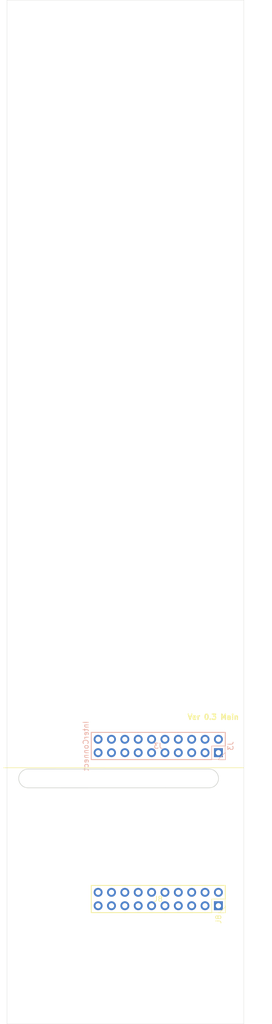
<source format=kicad_pcb>
(kicad_pcb (version 20171130) (host pcbnew "(5.1.7)-1")

  (general
    (thickness 1.6)
    (drawings 11)
    (tracks 0)
    (zones 0)
    (modules 2)
    (nets 1)
  )

  (page A4)
  (layers
    (0 F.Cu signal)
    (31 B.Cu signal)
    (32 B.Adhes user)
    (33 F.Adhes user)
    (34 B.Paste user)
    (35 F.Paste user)
    (36 B.SilkS user)
    (37 F.SilkS user)
    (38 B.Mask user)
    (39 F.Mask user)
    (40 Dwgs.User user)
    (41 Cmts.User user)
    (42 Eco1.User user)
    (43 Eco2.User user)
    (44 Edge.Cuts user)
    (45 Margin user)
    (46 B.CrtYd user)
    (47 F.CrtYd user)
    (48 B.Fab user)
    (49 F.Fab user)
  )

  (setup
    (last_trace_width 0.25)
    (trace_clearance 0.2)
    (zone_clearance 0.508)
    (zone_45_only no)
    (trace_min 0.2)
    (via_size 0.8)
    (via_drill 0.4)
    (via_min_size 0.4)
    (via_min_drill 0.3)
    (uvia_size 0.3)
    (uvia_drill 0.1)
    (uvias_allowed no)
    (uvia_min_size 0.2)
    (uvia_min_drill 0.1)
    (edge_width 0.05)
    (segment_width 0.2)
    (pcb_text_width 0.3)
    (pcb_text_size 1.5 1.5)
    (mod_edge_width 0.12)
    (mod_text_size 1 1)
    (mod_text_width 0.15)
    (pad_size 1.524 1.524)
    (pad_drill 0.762)
    (pad_to_mask_clearance 0)
    (aux_axis_origin 0 0)
    (visible_elements 7FFFFFFF)
    (pcbplotparams
      (layerselection 0x010fc_ffffffff)
      (usegerberextensions false)
      (usegerberattributes true)
      (usegerberadvancedattributes true)
      (creategerberjobfile true)
      (excludeedgelayer true)
      (linewidth 0.100000)
      (plotframeref false)
      (viasonmask false)
      (mode 1)
      (useauxorigin false)
      (hpglpennumber 1)
      (hpglpenspeed 20)
      (hpglpendiameter 15.000000)
      (psnegative false)
      (psa4output false)
      (plotreference true)
      (plotvalue true)
      (plotinvisibletext false)
      (padsonsilk false)
      (subtractmaskfromsilk false)
      (outputformat 1)
      (mirror false)
      (drillshape 1)
      (scaleselection 1)
      (outputdirectory ""))
  )

  (net 0 "")

  (net_class Default "This is the default net class."
    (clearance 0.2)
    (trace_width 0.25)
    (via_dia 0.8)
    (via_drill 0.4)
    (uvia_dia 0.3)
    (uvia_drill 0.1)
  )

  (module Connector_PinHeader_2.54mm:PinHeader_2x10_P2.54mm_Vertical (layer B.Cu) (tedit 59FED5CC) (tstamp 5FEE438B)
    (at 128.16 160.03 90)
    (descr "Through hole straight pin header, 2x10, 2.54mm pitch, double rows")
    (tags "Through hole pin header THT 2x10 2.54mm double row")
    (path /5EDAC077)
    (fp_text reference J3 (at 1.27 2.33 90) (layer B.SilkS)
      (effects (font (size 1 1) (thickness 0.15)) (justify mirror))
    )
    (fp_text value InterConnect (at 1.27 -25.19 90) (layer B.SilkS)
      (effects (font (size 1 1) (thickness 0.15)) (justify mirror))
    )
    (fp_line (start 4.35 1.8) (end -1.8 1.8) (layer B.CrtYd) (width 0.05))
    (fp_line (start 4.35 -24.65) (end 4.35 1.8) (layer B.CrtYd) (width 0.05))
    (fp_line (start -1.8 -24.65) (end 4.35 -24.65) (layer B.CrtYd) (width 0.05))
    (fp_line (start -1.8 1.8) (end -1.8 -24.65) (layer B.CrtYd) (width 0.05))
    (fp_line (start -1.33 1.33) (end 0 1.33) (layer B.SilkS) (width 0.12))
    (fp_line (start -1.33 0) (end -1.33 1.33) (layer B.SilkS) (width 0.12))
    (fp_line (start 1.27 1.33) (end 3.87 1.33) (layer B.SilkS) (width 0.12))
    (fp_line (start 1.27 -1.27) (end 1.27 1.33) (layer B.SilkS) (width 0.12))
    (fp_line (start -1.33 -1.27) (end 1.27 -1.27) (layer B.SilkS) (width 0.12))
    (fp_line (start 3.87 1.33) (end 3.87 -24.19) (layer B.SilkS) (width 0.12))
    (fp_line (start -1.33 -1.27) (end -1.33 -24.19) (layer B.SilkS) (width 0.12))
    (fp_line (start -1.33 -24.19) (end 3.87 -24.19) (layer B.SilkS) (width 0.12))
    (fp_line (start -1.27 0) (end 0 1.27) (layer B.SilkS) (width 0.1))
    (fp_line (start -1.27 -24.13) (end -1.27 0) (layer B.SilkS) (width 0.1))
    (fp_line (start 3.81 -24.13) (end -1.27 -24.13) (layer B.SilkS) (width 0.1))
    (fp_line (start 3.81 1.27) (end 3.81 -24.13) (layer B.SilkS) (width 0.1))
    (fp_line (start 0 1.27) (end 3.81 1.27) (layer B.SilkS) (width 0.1))
    (fp_text user %R (at 1.27 -11.43 180) (layer B.SilkS)
      (effects (font (size 1 1) (thickness 0.15)) (justify mirror))
    )
    (pad 1 thru_hole rect (at 0 0 90) (size 1.7 1.7) (drill 1) (layers *.Cu *.Mask))
    (pad 2 thru_hole oval (at 2.54 0 90) (size 1.7 1.7) (drill 1) (layers *.Cu *.Mask))
    (pad 3 thru_hole oval (at 0 -2.54 90) (size 1.7 1.7) (drill 1) (layers *.Cu *.Mask))
    (pad 4 thru_hole oval (at 2.54 -2.54 90) (size 1.7 1.7) (drill 1) (layers *.Cu *.Mask))
    (pad 5 thru_hole oval (at 0 -5.08 90) (size 1.7 1.7) (drill 1) (layers *.Cu *.Mask))
    (pad 6 thru_hole oval (at 2.54 -5.08 90) (size 1.7 1.7) (drill 1) (layers *.Cu *.Mask))
    (pad 7 thru_hole oval (at 0 -7.62 90) (size 1.7 1.7) (drill 1) (layers *.Cu *.Mask))
    (pad 8 thru_hole oval (at 2.54 -7.62 90) (size 1.7 1.7) (drill 1) (layers *.Cu *.Mask))
    (pad 9 thru_hole oval (at 0 -10.16 90) (size 1.7 1.7) (drill 1) (layers *.Cu *.Mask))
    (pad 10 thru_hole oval (at 2.54 -10.16 90) (size 1.7 1.7) (drill 1) (layers *.Cu *.Mask))
    (pad 11 thru_hole oval (at 0 -12.7 90) (size 1.7 1.7) (drill 1) (layers *.Cu *.Mask))
    (pad 12 thru_hole oval (at 2.54 -12.7 90) (size 1.7 1.7) (drill 1) (layers *.Cu *.Mask))
    (pad 13 thru_hole oval (at 0 -15.24 90) (size 1.7 1.7) (drill 1) (layers *.Cu *.Mask))
    (pad 14 thru_hole oval (at 2.54 -15.24 90) (size 1.7 1.7) (drill 1) (layers *.Cu *.Mask))
    (pad 15 thru_hole oval (at 0 -17.78 90) (size 1.7 1.7) (drill 1) (layers *.Cu *.Mask))
    (pad 16 thru_hole oval (at 2.54 -17.78 90) (size 1.7 1.7) (drill 1) (layers *.Cu *.Mask))
    (pad 17 thru_hole oval (at 0 -20.32 90) (size 1.7 1.7) (drill 1) (layers *.Cu *.Mask))
    (pad 18 thru_hole oval (at 2.54 -20.32 90) (size 1.7 1.7) (drill 1) (layers *.Cu *.Mask))
    (pad 19 thru_hole oval (at 0 -22.86 90) (size 1.7 1.7) (drill 1) (layers *.Cu *.Mask))
    (pad 20 thru_hole oval (at 2.54 -22.86 90) (size 1.7 1.7) (drill 1) (layers *.Cu *.Mask))
    (model ${KISYS3DMOD}/Connector_PinHeader_2.54mm.3dshapes/PinHeader_2x10_P2.54mm_Vertical.wrl
      (at (xyz 0 0 0))
      (scale (xyz 1 1 1))
      (rotate (xyz 0 0 0))
    )
  )

  (module Connector_PinSocket_2.54mm:PinSocket_2x10_P2.54mm_Vertical (layer F.Cu) (tedit 5A19A427) (tstamp 5FEE4362)
    (at 128.16 189.03 270)
    (descr "Through hole straight socket strip, 2x10, 2.54mm pitch, double cols (from Kicad 4.0.7), script generated")
    (tags "Through hole socket strip THT 2x10 2.54mm double row")
    (path /5EC7D30E)
    (fp_text reference J8 (at 2.552 -0.0252 90) (layer F.SilkS)
      (effects (font (size 1 1) (thickness 0.15)))
    )
    (fp_text value InterConnect (at -1.27 25.63 90) (layer F.SilkS) hide
      (effects (font (size 1 1) (thickness 0.15)))
    )
    (fp_line (start -4.34 24.6) (end -4.34 -1.8) (layer F.CrtYd) (width 0.05))
    (fp_line (start 1.76 24.6) (end -4.34 24.6) (layer F.CrtYd) (width 0.05))
    (fp_line (start 1.76 -1.8) (end 1.76 24.6) (layer F.CrtYd) (width 0.05))
    (fp_line (start -4.34 -1.8) (end 1.76 -1.8) (layer F.CrtYd) (width 0.05))
    (fp_line (start 0 -1.33) (end 1.33 -1.33) (layer F.SilkS) (width 0.12))
    (fp_line (start 1.33 -1.33) (end 1.33 0) (layer F.SilkS) (width 0.12))
    (fp_line (start -1.27 -1.33) (end -1.27 1.27) (layer F.SilkS) (width 0.12))
    (fp_line (start -1.27 1.27) (end 1.33 1.27) (layer F.SilkS) (width 0.12))
    (fp_line (start 1.33 1.27) (end 1.33 24.19) (layer F.SilkS) (width 0.12))
    (fp_line (start -3.87 24.19) (end 1.33 24.19) (layer F.SilkS) (width 0.12))
    (fp_line (start -3.87 -1.33) (end -3.87 24.19) (layer F.SilkS) (width 0.12))
    (fp_line (start -3.87 -1.33) (end -1.27 -1.33) (layer F.SilkS) (width 0.12))
    (fp_line (start -3.81 24.13) (end -3.81 -1.27) (layer F.SilkS) (width 0.1))
    (fp_line (start 1.27 24.13) (end -3.81 24.13) (layer F.SilkS) (width 0.1))
    (fp_line (start 1.27 -0.27) (end 1.27 24.13) (layer F.SilkS) (width 0.1))
    (fp_line (start 0.27 -1.27) (end 1.27 -0.27) (layer F.SilkS) (width 0.1))
    (fp_line (start -3.81 -1.27) (end 0.27 -1.27) (layer F.SilkS) (width 0.1))
    (fp_text user %R (at -1.27 11.43) (layer F.SilkS)
      (effects (font (size 1 1) (thickness 0.15)))
    )
    (pad 1 thru_hole rect (at 0 0 270) (size 1.7 1.7) (drill 1) (layers *.Cu *.Mask))
    (pad 2 thru_hole oval (at -2.54 0 270) (size 1.7 1.7) (drill 1) (layers *.Cu *.Mask))
    (pad 3 thru_hole oval (at 0 2.54 270) (size 1.7 1.7) (drill 1) (layers *.Cu *.Mask))
    (pad 4 thru_hole oval (at -2.54 2.54 270) (size 1.7 1.7) (drill 1) (layers *.Cu *.Mask))
    (pad 5 thru_hole oval (at 0 5.08 270) (size 1.7 1.7) (drill 1) (layers *.Cu *.Mask))
    (pad 6 thru_hole oval (at -2.54 5.08 270) (size 1.7 1.7) (drill 1) (layers *.Cu *.Mask))
    (pad 7 thru_hole oval (at 0 7.62 270) (size 1.7 1.7) (drill 1) (layers *.Cu *.Mask))
    (pad 8 thru_hole oval (at -2.54 7.62 270) (size 1.7 1.7) (drill 1) (layers *.Cu *.Mask))
    (pad 9 thru_hole oval (at 0 10.16 270) (size 1.7 1.7) (drill 1) (layers *.Cu *.Mask))
    (pad 10 thru_hole oval (at -2.54 10.16 270) (size 1.7 1.7) (drill 1) (layers *.Cu *.Mask))
    (pad 11 thru_hole oval (at 0 12.7 270) (size 1.7 1.7) (drill 1) (layers *.Cu *.Mask))
    (pad 12 thru_hole oval (at -2.54 12.7 270) (size 1.7 1.7) (drill 1) (layers *.Cu *.Mask))
    (pad 13 thru_hole oval (at 0 15.24 270) (size 1.7 1.7) (drill 1) (layers *.Cu *.Mask))
    (pad 14 thru_hole oval (at -2.54 15.24 270) (size 1.7 1.7) (drill 1) (layers *.Cu *.Mask))
    (pad 15 thru_hole oval (at 0 17.78 270) (size 1.7 1.7) (drill 1) (layers *.Cu *.Mask))
    (pad 16 thru_hole oval (at -2.54 17.78 270) (size 1.7 1.7) (drill 1) (layers *.Cu *.Mask))
    (pad 17 thru_hole oval (at 0 20.32 270) (size 1.7 1.7) (drill 1) (layers *.Cu *.Mask))
    (pad 18 thru_hole oval (at -2.54 20.32 270) (size 1.7 1.7) (drill 1) (layers *.Cu *.Mask))
    (pad 19 thru_hole oval (at 0 22.86 270) (size 1.7 1.7) (drill 1) (layers *.Cu *.Mask))
    (pad 20 thru_hole oval (at -2.54 22.86 270) (size 1.7 1.7) (drill 1) (layers *.Cu *.Mask))
    (model ${KISYS3DMOD}/Connector_PinSocket_2.54mm.3dshapes/PinSocket_2x10_P2.54mm_Vertical.wrl
      (at (xyz 0 0 0))
      (scale (xyz 1 1 1))
      (rotate (xyz 0 0 0))
    )
  )

  (gr_line (start 138.34 192.43) (end 86.68 192.43) (layer Dwgs.User) (width 0.05) (tstamp 602A8057))
  (gr_line (start 91.99 163.134) (end 126.4 163.13) (layer Edge.Cuts) (width 0.12) (tstamp 5FEE4361))
  (gr_arc (start 91.99 164.912) (end 91.99 163.134) (angle -180) (layer Edge.Cuts) (width 0.12) (tstamp 5FEE4360))
  (gr_line (start 91.99 166.69) (end 126.4 166.686) (layer Edge.Cuts) (width 0.12) (tstamp 5FEE435F))
  (gr_line (start 87.342 162.88) (end 132.96 162.88) (layer F.SilkS) (width 0.12) (tstamp 5FEE435E))
  (gr_line (start 87.99 17.43) (end 87.99 211.43) (layer Edge.Cuts) (width 0.05) (tstamp 5FEE435D))
  (gr_line (start 87.99 211.43) (end 132.99 211.43) (layer Edge.Cuts) (width 0.05) (tstamp 5FEE435C))
  (gr_arc (start 126.4 164.908) (end 126.4 166.686) (angle -180) (layer Edge.Cuts) (width 0.12) (tstamp 5FEE435B))
  (gr_line (start 132.99 211.43) (end 132.99 17.43) (layer Edge.Cuts) (width 0.05) (tstamp 5FEE435A))
  (gr_line (start 132.99 17.43) (end 87.99 17.43) (layer Edge.Cuts) (width 0.05) (tstamp 5FEE4359))
  (gr_text "Ver 0.3 Main" (at 127.17 153.27) (layer F.SilkS) (tstamp 5FEE4358)
    (effects (font (size 1 1) (thickness 0.25)))
  )

  (zone (net 0) (net_name "") (layer F.Cu) (tstamp 5FEE43B7) (hatch edge 0.508)
    (connect_pads (clearance 0.508))
    (min_thickness 0.254)
    (fill (arc_segments 32) (thermal_gap 0.508) (thermal_bridge_width 0.508))
    (polygon
      (pts
        (xy 132.72 162.6006) (xy 89.1708 162.6133) (xy 89.1581 162.6006) (xy 89.1581 17.9349) (xy 132.85 17.9349)
      )
    )
  )
  (zone (net 0) (net_name "") (layer F.Cu) (tstamp 5FEE43B6) (hatch edge 0.508)
    (connect_pads (clearance 0.508))
    (min_thickness 0.254)
    (fill (arc_segments 32) (thermal_gap 0.508) (thermal_bridge_width 0.508))
    (polygon
      (pts
        (xy 132.73 211.0765) (xy 89.2089 211.0765) (xy 89.2089 163.1467) (xy 132.72 163.1467)
      )
    )
  )
  (zone (net 0) (net_name "") (layer B.Cu) (tstamp 5FEE43B5) (hatch edge 0.508)
    (connect_pads (clearance 0.508))
    (min_thickness 0.254)
    (fill (arc_segments 32) (thermal_gap 0.508) (thermal_bridge_width 0.508))
    (polygon
      (pts
        (xy 132.68 162.7) (xy 89.1708 162.6133) (xy 89.1708 17.973) (xy 132.88 17.9349)
      )
    )
  )
  (zone (net 0) (net_name "") (layer B.Cu) (tstamp 5FEE43B4) (hatch edge 0.508)
    (connect_pads (clearance 0.508))
    (min_thickness 0.254)
    (fill (arc_segments 32) (thermal_gap 0.508) (thermal_bridge_width 0.508))
    (polygon
      (pts
        (xy 132.67 163.21) (xy 132.73 211.0511) (xy 89.2343 211.0511) (xy 89.2343 163.0832)
      )
    )
  )
)

</source>
